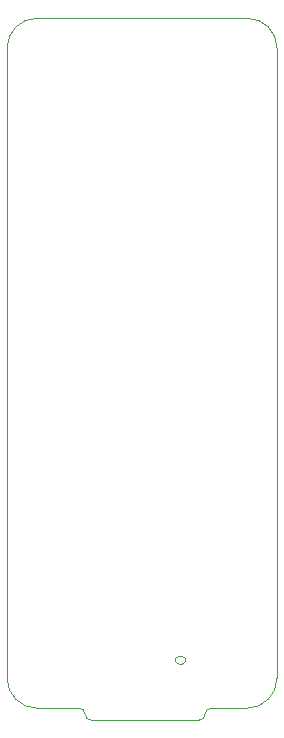
<source format=gbr>
%TF.GenerationSoftware,KiCad,Pcbnew,5.99.0-unknown-fc7f1d1d86~106~ubuntu20.04.1*%
%TF.CreationDate,2021-01-14T15:04:19+11:00*%
%TF.ProjectId,esp32-s2-feather,65737033-322d-4733-922d-666561746865,rev?*%
%TF.SameCoordinates,Original*%
%TF.FileFunction,Profile,NP*%
%FSLAX46Y46*%
G04 Gerber Fmt 4.6, Leading zero omitted, Abs format (unit mm)*
G04 Created by KiCad (PCBNEW 5.99.0-unknown-fc7f1d1d86~106~ubuntu20.04.1) date 2021-01-14 15:04:19*
%MOMM*%
%LPD*%
G01*
G04 APERTURE LIST*
%TA.AperFunction,Profile*%
%ADD10C,0.050000*%
%TD*%
%TA.AperFunction,Profile*%
%ADD11C,0.100000*%
%TD*%
G04 APERTURE END LIST*
D10*
X181356000Y-101600000D02*
X177800000Y-101600000D01*
X175260000Y-45720000D02*
G75*
G02*
X177800000Y-43180000I2540000J0D01*
G01*
X192024000Y-102108000D02*
G75*
G02*
X192532000Y-101600000I508000J0D01*
G01*
X192024000Y-102108000D02*
G75*
G02*
X191516000Y-102616000I-508000J0D01*
G01*
X182372000Y-102616000D02*
G75*
G02*
X181864000Y-102108000I0J508000D01*
G01*
X181356000Y-101600000D02*
G75*
G02*
X181864000Y-102108000I0J-508000D01*
G01*
X195580000Y-43180000D02*
G75*
G02*
X198120000Y-45720000I0J-2540000D01*
G01*
X177800000Y-101600000D02*
G75*
G02*
X175260000Y-99060000I0J2540000D01*
G01*
X177800000Y-43180000D02*
X195580000Y-43180000D01*
X175260000Y-99060000D02*
X175260000Y-45720000D01*
X191516000Y-102616000D02*
X182372000Y-102616000D01*
X195580000Y-101600000D02*
X192532000Y-101600000D01*
X198120000Y-99060000D02*
G75*
G02*
X195580000Y-101600000I-2540000J0D01*
G01*
X198120000Y-45720000D02*
X198120000Y-99060000D01*
D11*
%TO.C,J1*%
X189819000Y-97221000D02*
X190069000Y-97221000D01*
X190069000Y-97851000D02*
X189819000Y-97851000D01*
X189504000Y-97536000D02*
G75*
G02*
X189819000Y-97221000I315000J0D01*
G01*
X190069000Y-97221000D02*
G75*
G02*
X190384000Y-97536000I0J-315000D01*
G01*
X189819000Y-97851000D02*
G75*
G02*
X189504000Y-97536000I0J315000D01*
G01*
X190384000Y-97536000D02*
G75*
G02*
X190069000Y-97851000I-315000J0D01*
G01*
%TD*%
M02*

</source>
